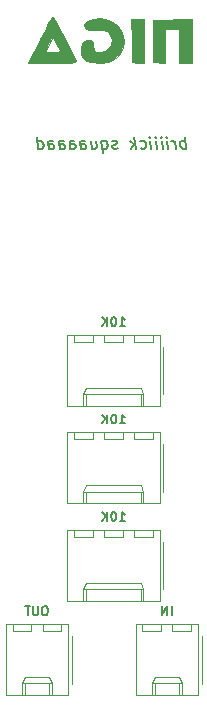
<source format=gbr>
%TF.GenerationSoftware,KiCad,Pcbnew,(5.1.12-1-10_14)*%
%TF.CreationDate,2023-08-05T21:53:33+02:00*%
%TF.ProjectId,niga,6e696761-2e6b-4696-9361-645f70636258,rev?*%
%TF.SameCoordinates,Original*%
%TF.FileFunction,Legend,Bot*%
%TF.FilePolarity,Positive*%
%FSLAX46Y46*%
G04 Gerber Fmt 4.6, Leading zero omitted, Abs format (unit mm)*
G04 Created by KiCad (PCBNEW (5.1.12-1-10_14)) date 2023-08-05 21:53:33*
%MOMM*%
%LPD*%
G01*
G04 APERTURE LIST*
%ADD10C,0.200000*%
%ADD11C,0.010000*%
%ADD12C,0.120000*%
%ADD13C,0.150000*%
G04 APERTURE END LIST*
D10*
X218615952Y-70452380D02*
X218490952Y-69452380D01*
X218538571Y-69833333D02*
X218437380Y-69785714D01*
X218246904Y-69785714D01*
X218157619Y-69833333D01*
X218115952Y-69880952D01*
X218080238Y-69976190D01*
X218115952Y-70261904D01*
X218175476Y-70357142D01*
X218229047Y-70404761D01*
X218330238Y-70452380D01*
X218520714Y-70452380D01*
X218610000Y-70404761D01*
X217711190Y-70452380D02*
X217627857Y-69785714D01*
X217651666Y-69976190D02*
X217592142Y-69880952D01*
X217538571Y-69833333D01*
X217437380Y-69785714D01*
X217342142Y-69785714D01*
X217092142Y-70452380D02*
X217008809Y-69785714D01*
X216967142Y-69452380D02*
X217020714Y-69500000D01*
X216979047Y-69547619D01*
X216925476Y-69500000D01*
X216967142Y-69452380D01*
X216979047Y-69547619D01*
X216615952Y-70452380D02*
X216532619Y-69785714D01*
X216490952Y-69452380D02*
X216544523Y-69500000D01*
X216502857Y-69547619D01*
X216449285Y-69500000D01*
X216490952Y-69452380D01*
X216502857Y-69547619D01*
X216139761Y-70452380D02*
X216056428Y-69785714D01*
X216014761Y-69452380D02*
X216068333Y-69500000D01*
X216026666Y-69547619D01*
X215973095Y-69500000D01*
X216014761Y-69452380D01*
X216026666Y-69547619D01*
X215663571Y-70452380D02*
X215580238Y-69785714D01*
X215538571Y-69452380D02*
X215592142Y-69500000D01*
X215550476Y-69547619D01*
X215496904Y-69500000D01*
X215538571Y-69452380D01*
X215550476Y-69547619D01*
X214752857Y-70404761D02*
X214854047Y-70452380D01*
X215044523Y-70452380D01*
X215133809Y-70404761D01*
X215175476Y-70357142D01*
X215211190Y-70261904D01*
X215175476Y-69976190D01*
X215115952Y-69880952D01*
X215062380Y-69833333D01*
X214961190Y-69785714D01*
X214770714Y-69785714D01*
X214681428Y-69833333D01*
X214330238Y-70452380D02*
X214205238Y-69452380D01*
X214187380Y-70071428D02*
X213949285Y-70452380D01*
X213865952Y-69785714D02*
X214294523Y-70166666D01*
X212800476Y-70404761D02*
X212711190Y-70452380D01*
X212520714Y-70452380D01*
X212419523Y-70404761D01*
X212360000Y-70309523D01*
X212354047Y-70261904D01*
X212389761Y-70166666D01*
X212479047Y-70119047D01*
X212621904Y-70119047D01*
X212711190Y-70071428D01*
X212746904Y-69976190D01*
X212740952Y-69928571D01*
X212681428Y-69833333D01*
X212580238Y-69785714D01*
X212437380Y-69785714D01*
X212348095Y-69833333D01*
X211437380Y-69785714D02*
X211562380Y-70785714D01*
X211514761Y-70404761D02*
X211615952Y-70452380D01*
X211806428Y-70452380D01*
X211895714Y-70404761D01*
X211937380Y-70357142D01*
X211973095Y-70261904D01*
X211937380Y-69976190D01*
X211877857Y-69880952D01*
X211824285Y-69833333D01*
X211723095Y-69785714D01*
X211532619Y-69785714D01*
X211443333Y-69833333D01*
X210532619Y-69785714D02*
X210615952Y-70452380D01*
X210961190Y-69785714D02*
X211026666Y-70309523D01*
X210990952Y-70404761D01*
X210901666Y-70452380D01*
X210758809Y-70452380D01*
X210657619Y-70404761D01*
X210604047Y-70357142D01*
X209711190Y-70452380D02*
X209645714Y-69928571D01*
X209681428Y-69833333D01*
X209770714Y-69785714D01*
X209961190Y-69785714D01*
X210062380Y-69833333D01*
X209705238Y-70404761D02*
X209806428Y-70452380D01*
X210044523Y-70452380D01*
X210133809Y-70404761D01*
X210169523Y-70309523D01*
X210157619Y-70214285D01*
X210098095Y-70119047D01*
X209996904Y-70071428D01*
X209758809Y-70071428D01*
X209657619Y-70023809D01*
X208806428Y-70452380D02*
X208740952Y-69928571D01*
X208776666Y-69833333D01*
X208865952Y-69785714D01*
X209056428Y-69785714D01*
X209157619Y-69833333D01*
X208800476Y-70404761D02*
X208901666Y-70452380D01*
X209139761Y-70452380D01*
X209229047Y-70404761D01*
X209264761Y-70309523D01*
X209252857Y-70214285D01*
X209193333Y-70119047D01*
X209092142Y-70071428D01*
X208854047Y-70071428D01*
X208752857Y-70023809D01*
X207901666Y-70452380D02*
X207836190Y-69928571D01*
X207871904Y-69833333D01*
X207961190Y-69785714D01*
X208151666Y-69785714D01*
X208252857Y-69833333D01*
X207895714Y-70404761D02*
X207996904Y-70452380D01*
X208235000Y-70452380D01*
X208324285Y-70404761D01*
X208360000Y-70309523D01*
X208348095Y-70214285D01*
X208288571Y-70119047D01*
X208187380Y-70071428D01*
X207949285Y-70071428D01*
X207848095Y-70023809D01*
X206996904Y-70452380D02*
X206931428Y-69928571D01*
X206967142Y-69833333D01*
X207056428Y-69785714D01*
X207246904Y-69785714D01*
X207348095Y-69833333D01*
X206990952Y-70404761D02*
X207092142Y-70452380D01*
X207330238Y-70452380D01*
X207419523Y-70404761D01*
X207455238Y-70309523D01*
X207443333Y-70214285D01*
X207383809Y-70119047D01*
X207282619Y-70071428D01*
X207044523Y-70071428D01*
X206943333Y-70023809D01*
X206092142Y-70452380D02*
X205967142Y-69452380D01*
X206086190Y-70404761D02*
X206187380Y-70452380D01*
X206377857Y-70452380D01*
X206467142Y-70404761D01*
X206508809Y-70357142D01*
X206544523Y-70261904D01*
X206508809Y-69976190D01*
X206449285Y-69880952D01*
X206395714Y-69833333D01*
X206294523Y-69785714D01*
X206104047Y-69785714D01*
X206014761Y-69833333D01*
D11*
%TO.C,G\u002A\u002A\u002A*%
G36*
X207185264Y-59445387D02*
G01*
X206954129Y-59852454D01*
X206632709Y-60456404D01*
X206254243Y-61196289D01*
X206227273Y-61250000D01*
X205247382Y-63203847D01*
X207306325Y-63203847D01*
X208106639Y-63193176D01*
X208750976Y-63164148D01*
X209172232Y-63121236D01*
X209304262Y-63070630D01*
X209087897Y-62622075D01*
X208883166Y-62218103D01*
X207914686Y-62218103D01*
X207758259Y-62282482D01*
X207373333Y-62314835D01*
X207288446Y-62315735D01*
X206662206Y-62315735D01*
X206955791Y-61738462D01*
X207162134Y-61343549D01*
X207292198Y-61114448D01*
X207302500Y-61100277D01*
X207402981Y-61196975D01*
X207582388Y-61487620D01*
X207770390Y-61843791D01*
X207896657Y-62137067D01*
X207914686Y-62218103D01*
X208883166Y-62218103D01*
X208784675Y-62023765D01*
X208433243Y-61348219D01*
X208072246Y-60667961D01*
X207740332Y-60055513D01*
X207476148Y-59583397D01*
X207318338Y-59324135D01*
X207292872Y-59296154D01*
X207185264Y-59445387D01*
G37*
X207185264Y-59445387D02*
X206954129Y-59852454D01*
X206632709Y-60456404D01*
X206254243Y-61196289D01*
X206227273Y-61250000D01*
X205247382Y-63203847D01*
X207306325Y-63203847D01*
X208106639Y-63193176D01*
X208750976Y-63164148D01*
X209172232Y-63121236D01*
X209304262Y-63070630D01*
X209087897Y-62622075D01*
X208883166Y-62218103D01*
X207914686Y-62218103D01*
X207758259Y-62282482D01*
X207373333Y-62314835D01*
X207288446Y-62315735D01*
X206662206Y-62315735D01*
X206955791Y-61738462D01*
X207162134Y-61343549D01*
X207292198Y-61114448D01*
X207302500Y-61100277D01*
X207402981Y-61196975D01*
X207582388Y-61487620D01*
X207770390Y-61843791D01*
X207896657Y-62137067D01*
X207914686Y-62218103D01*
X208883166Y-62218103D01*
X208784675Y-62023765D01*
X208433243Y-61348219D01*
X208072246Y-60667961D01*
X207740332Y-60055513D01*
X207476148Y-59583397D01*
X207318338Y-59324135D01*
X207292872Y-59296154D01*
X207185264Y-59445387D01*
G36*
X210779332Y-59490870D02*
G01*
X210175899Y-59689195D01*
X209923101Y-59939075D01*
X210019947Y-60241494D01*
X210021487Y-60243355D01*
X210314596Y-60403804D01*
X210849627Y-60421611D01*
X211054028Y-60402292D01*
X211606210Y-60372299D01*
X211932722Y-60458397D01*
X212116432Y-60636058D01*
X212348076Y-61193684D01*
X212275721Y-61717743D01*
X211943677Y-62119592D01*
X211396251Y-62310588D01*
X211276824Y-62315735D01*
X210910808Y-62271719D01*
X210773747Y-62064866D01*
X210756644Y-61771069D01*
X210720128Y-61393973D01*
X210544089Y-61270150D01*
X210268182Y-61282608D01*
X209949809Y-61361953D01*
X209795226Y-61574214D01*
X209729216Y-62027552D01*
X209726687Y-62061265D01*
X209723128Y-62546587D01*
X209844693Y-62815495D01*
X210134695Y-62993782D01*
X210608129Y-63127213D01*
X211216254Y-63199564D01*
X211383877Y-63203847D01*
X212019797Y-63133815D01*
X212528116Y-62870949D01*
X212752093Y-62685550D01*
X213132882Y-62282741D01*
X213299225Y-61872394D01*
X213332168Y-61367692D01*
X213178032Y-60571196D01*
X212752925Y-59954831D01*
X212112803Y-59559733D01*
X211313620Y-59427040D01*
X210779332Y-59490870D01*
G37*
X210779332Y-59490870D02*
X210175899Y-59689195D01*
X209923101Y-59939075D01*
X210019947Y-60241494D01*
X210021487Y-60243355D01*
X210314596Y-60403804D01*
X210849627Y-60421611D01*
X211054028Y-60402292D01*
X211606210Y-60372299D01*
X211932722Y-60458397D01*
X212116432Y-60636058D01*
X212348076Y-61193684D01*
X212275721Y-61717743D01*
X211943677Y-62119592D01*
X211396251Y-62310588D01*
X211276824Y-62315735D01*
X210910808Y-62271719D01*
X210773747Y-62064866D01*
X210756644Y-61771069D01*
X210720128Y-61393973D01*
X210544089Y-61270150D01*
X210268182Y-61282608D01*
X209949809Y-61361953D01*
X209795226Y-61574214D01*
X209729216Y-62027552D01*
X209726687Y-62061265D01*
X209723128Y-62546587D01*
X209844693Y-62815495D01*
X210134695Y-62993782D01*
X210608129Y-63127213D01*
X211216254Y-63199564D01*
X211383877Y-63203847D01*
X212019797Y-63133815D01*
X212528116Y-62870949D01*
X212752093Y-62685550D01*
X213132882Y-62282741D01*
X213299225Y-61872394D01*
X213332168Y-61367692D01*
X213178032Y-60571196D01*
X212752925Y-59954831D01*
X212112803Y-59559733D01*
X211313620Y-59427040D01*
X210779332Y-59490870D01*
G36*
X213992038Y-61294406D02*
G01*
X214042658Y-63115035D01*
X214531119Y-63171239D01*
X215019581Y-63227443D01*
X215019581Y-59473777D01*
X213941419Y-59473777D01*
X213992038Y-61294406D01*
G37*
X213992038Y-61294406D02*
X214042658Y-63115035D01*
X214531119Y-63171239D01*
X215019581Y-63227443D01*
X215019581Y-59473777D01*
X213941419Y-59473777D01*
X213992038Y-61294406D01*
G36*
X215818881Y-59562588D02*
G01*
X215818881Y-63115035D01*
X216795805Y-63227443D01*
X216795805Y-60361889D01*
X218039161Y-60361889D01*
X218039161Y-63203847D01*
X219104895Y-63203847D01*
X219104895Y-59460446D01*
X215818881Y-59562588D01*
G37*
X215818881Y-59562588D02*
X215818881Y-63115035D01*
X216795805Y-63227443D01*
X216795805Y-60361889D01*
X218039161Y-60361889D01*
X218039161Y-63203847D01*
X219104895Y-63203847D01*
X219104895Y-59460446D01*
X215818881Y-59562588D01*
D12*
%TO.C,IN*%
X219630000Y-110720000D02*
X219630000Y-116740000D01*
X219630000Y-116740000D02*
X214330000Y-116740000D01*
X214330000Y-116740000D02*
X214330000Y-110720000D01*
X214330000Y-110720000D02*
X219630000Y-110720000D01*
X219920000Y-111750000D02*
X219920000Y-115750000D01*
X218250000Y-116740000D02*
X218250000Y-115740000D01*
X218250000Y-115740000D02*
X215710000Y-115740000D01*
X215710000Y-115740000D02*
X215710000Y-116740000D01*
X218250000Y-115740000D02*
X218000000Y-115210000D01*
X218000000Y-115210000D02*
X215960000Y-115210000D01*
X215960000Y-115210000D02*
X215710000Y-115740000D01*
X218000000Y-116740000D02*
X218000000Y-115740000D01*
X215960000Y-116740000D02*
X215960000Y-115740000D01*
X219050000Y-110720000D02*
X219050000Y-111320000D01*
X219050000Y-111320000D02*
X217450000Y-111320000D01*
X217450000Y-111320000D02*
X217450000Y-110720000D01*
X216510000Y-110720000D02*
X216510000Y-111320000D01*
X216510000Y-111320000D02*
X214910000Y-111320000D01*
X214910000Y-111320000D02*
X214910000Y-110720000D01*
%TO.C,OUT*%
X203910000Y-111320000D02*
X203910000Y-110720000D01*
X205510000Y-111320000D02*
X203910000Y-111320000D01*
X205510000Y-110720000D02*
X205510000Y-111320000D01*
X206450000Y-111320000D02*
X206450000Y-110720000D01*
X208050000Y-111320000D02*
X206450000Y-111320000D01*
X208050000Y-110720000D02*
X208050000Y-111320000D01*
X204960000Y-116740000D02*
X204960000Y-115740000D01*
X207000000Y-116740000D02*
X207000000Y-115740000D01*
X204960000Y-115210000D02*
X204710000Y-115740000D01*
X207000000Y-115210000D02*
X204960000Y-115210000D01*
X207250000Y-115740000D02*
X207000000Y-115210000D01*
X204710000Y-115740000D02*
X204710000Y-116740000D01*
X207250000Y-115740000D02*
X204710000Y-115740000D01*
X207250000Y-116740000D02*
X207250000Y-115740000D01*
X208920000Y-111750000D02*
X208920000Y-115750000D01*
X203330000Y-110720000D02*
X208630000Y-110720000D01*
X203330000Y-116740000D02*
X203330000Y-110720000D01*
X208630000Y-116740000D02*
X203330000Y-116740000D01*
X208630000Y-110720000D02*
X208630000Y-116740000D01*
%TO.C,10K*%
X216380000Y-86220000D02*
X216380000Y-92240000D01*
X216380000Y-92240000D02*
X208540000Y-92240000D01*
X208540000Y-92240000D02*
X208540000Y-86220000D01*
X208540000Y-86220000D02*
X216380000Y-86220000D01*
X216670000Y-87250000D02*
X216670000Y-91250000D01*
X215000000Y-92240000D02*
X215000000Y-91240000D01*
X215000000Y-91240000D02*
X209920000Y-91240000D01*
X209920000Y-91240000D02*
X209920000Y-92240000D01*
X215000000Y-91240000D02*
X214750000Y-90710000D01*
X214750000Y-90710000D02*
X210170000Y-90710000D01*
X210170000Y-90710000D02*
X209920000Y-91240000D01*
X214750000Y-92240000D02*
X214750000Y-91240000D01*
X210170000Y-92240000D02*
X210170000Y-91240000D01*
X215800000Y-86220000D02*
X215800000Y-86820000D01*
X215800000Y-86820000D02*
X214200000Y-86820000D01*
X214200000Y-86820000D02*
X214200000Y-86220000D01*
X213260000Y-86220000D02*
X213260000Y-86820000D01*
X213260000Y-86820000D02*
X211660000Y-86820000D01*
X211660000Y-86820000D02*
X211660000Y-86220000D01*
X210720000Y-86220000D02*
X210720000Y-86820000D01*
X210720000Y-86820000D02*
X209120000Y-86820000D01*
X209120000Y-86820000D02*
X209120000Y-86220000D01*
X209120000Y-95070000D02*
X209120000Y-94470000D01*
X210720000Y-95070000D02*
X209120000Y-95070000D01*
X210720000Y-94470000D02*
X210720000Y-95070000D01*
X211660000Y-95070000D02*
X211660000Y-94470000D01*
X213260000Y-95070000D02*
X211660000Y-95070000D01*
X213260000Y-94470000D02*
X213260000Y-95070000D01*
X214200000Y-95070000D02*
X214200000Y-94470000D01*
X215800000Y-95070000D02*
X214200000Y-95070000D01*
X215800000Y-94470000D02*
X215800000Y-95070000D01*
X210170000Y-100490000D02*
X210170000Y-99490000D01*
X214750000Y-100490000D02*
X214750000Y-99490000D01*
X210170000Y-98960000D02*
X209920000Y-99490000D01*
X214750000Y-98960000D02*
X210170000Y-98960000D01*
X215000000Y-99490000D02*
X214750000Y-98960000D01*
X209920000Y-99490000D02*
X209920000Y-100490000D01*
X215000000Y-99490000D02*
X209920000Y-99490000D01*
X215000000Y-100490000D02*
X215000000Y-99490000D01*
X216670000Y-95500000D02*
X216670000Y-99500000D01*
X208540000Y-94470000D02*
X216380000Y-94470000D01*
X208540000Y-100490000D02*
X208540000Y-94470000D01*
X216380000Y-100490000D02*
X208540000Y-100490000D01*
X216380000Y-94470000D02*
X216380000Y-100490000D01*
X216380000Y-102720000D02*
X216380000Y-108740000D01*
X216380000Y-108740000D02*
X208540000Y-108740000D01*
X208540000Y-108740000D02*
X208540000Y-102720000D01*
X208540000Y-102720000D02*
X216380000Y-102720000D01*
X216670000Y-103750000D02*
X216670000Y-107750000D01*
X215000000Y-108740000D02*
X215000000Y-107740000D01*
X215000000Y-107740000D02*
X209920000Y-107740000D01*
X209920000Y-107740000D02*
X209920000Y-108740000D01*
X215000000Y-107740000D02*
X214750000Y-107210000D01*
X214750000Y-107210000D02*
X210170000Y-107210000D01*
X210170000Y-107210000D02*
X209920000Y-107740000D01*
X214750000Y-108740000D02*
X214750000Y-107740000D01*
X210170000Y-108740000D02*
X210170000Y-107740000D01*
X215800000Y-102720000D02*
X215800000Y-103320000D01*
X215800000Y-103320000D02*
X214200000Y-103320000D01*
X214200000Y-103320000D02*
X214200000Y-102720000D01*
X213260000Y-102720000D02*
X213260000Y-103320000D01*
X213260000Y-103320000D02*
X211660000Y-103320000D01*
X211660000Y-103320000D02*
X211660000Y-102720000D01*
X210720000Y-102720000D02*
X210720000Y-103320000D01*
X210720000Y-103320000D02*
X209120000Y-103320000D01*
X209120000Y-103320000D02*
X209120000Y-102720000D01*
%TO.C,IN*%
D13*
X217372857Y-109969285D02*
X217372857Y-109219285D01*
X217015714Y-109969285D02*
X217015714Y-109219285D01*
X216587142Y-109969285D01*
X216587142Y-109219285D01*
%TO.C,OUT*%
X206730000Y-109219285D02*
X206587142Y-109219285D01*
X206515714Y-109255000D01*
X206444285Y-109326428D01*
X206408571Y-109469285D01*
X206408571Y-109719285D01*
X206444285Y-109862142D01*
X206515714Y-109933571D01*
X206587142Y-109969285D01*
X206730000Y-109969285D01*
X206801428Y-109933571D01*
X206872857Y-109862142D01*
X206908571Y-109719285D01*
X206908571Y-109469285D01*
X206872857Y-109326428D01*
X206801428Y-109255000D01*
X206730000Y-109219285D01*
X206087142Y-109219285D02*
X206087142Y-109826428D01*
X206051428Y-109897857D01*
X206015714Y-109933571D01*
X205944285Y-109969285D01*
X205801428Y-109969285D01*
X205730000Y-109933571D01*
X205694285Y-109897857D01*
X205658571Y-109826428D01*
X205658571Y-109219285D01*
X205408571Y-109219285D02*
X204980000Y-109219285D01*
X205194285Y-109969285D02*
X205194285Y-109219285D01*
%TO.C,10K*%
X212977857Y-85469285D02*
X213406428Y-85469285D01*
X213192142Y-85469285D02*
X213192142Y-84719285D01*
X213263571Y-84826428D01*
X213335000Y-84897857D01*
X213406428Y-84933571D01*
X212513571Y-84719285D02*
X212442142Y-84719285D01*
X212370714Y-84755000D01*
X212335000Y-84790714D01*
X212299285Y-84862142D01*
X212263571Y-85005000D01*
X212263571Y-85183571D01*
X212299285Y-85326428D01*
X212335000Y-85397857D01*
X212370714Y-85433571D01*
X212442142Y-85469285D01*
X212513571Y-85469285D01*
X212585000Y-85433571D01*
X212620714Y-85397857D01*
X212656428Y-85326428D01*
X212692142Y-85183571D01*
X212692142Y-85005000D01*
X212656428Y-84862142D01*
X212620714Y-84790714D01*
X212585000Y-84755000D01*
X212513571Y-84719285D01*
X211942142Y-85469285D02*
X211942142Y-84719285D01*
X211513571Y-85469285D02*
X211835000Y-85040714D01*
X211513571Y-84719285D02*
X211942142Y-85147857D01*
X212977857Y-93719285D02*
X213406428Y-93719285D01*
X213192142Y-93719285D02*
X213192142Y-92969285D01*
X213263571Y-93076428D01*
X213335000Y-93147857D01*
X213406428Y-93183571D01*
X212513571Y-92969285D02*
X212442142Y-92969285D01*
X212370714Y-93005000D01*
X212335000Y-93040714D01*
X212299285Y-93112142D01*
X212263571Y-93255000D01*
X212263571Y-93433571D01*
X212299285Y-93576428D01*
X212335000Y-93647857D01*
X212370714Y-93683571D01*
X212442142Y-93719285D01*
X212513571Y-93719285D01*
X212585000Y-93683571D01*
X212620714Y-93647857D01*
X212656428Y-93576428D01*
X212692142Y-93433571D01*
X212692142Y-93255000D01*
X212656428Y-93112142D01*
X212620714Y-93040714D01*
X212585000Y-93005000D01*
X212513571Y-92969285D01*
X211942142Y-93719285D02*
X211942142Y-92969285D01*
X211513571Y-93719285D02*
X211835000Y-93290714D01*
X211513571Y-92969285D02*
X211942142Y-93397857D01*
X212977857Y-101969285D02*
X213406428Y-101969285D01*
X213192142Y-101969285D02*
X213192142Y-101219285D01*
X213263571Y-101326428D01*
X213335000Y-101397857D01*
X213406428Y-101433571D01*
X212513571Y-101219285D02*
X212442142Y-101219285D01*
X212370714Y-101255000D01*
X212335000Y-101290714D01*
X212299285Y-101362142D01*
X212263571Y-101505000D01*
X212263571Y-101683571D01*
X212299285Y-101826428D01*
X212335000Y-101897857D01*
X212370714Y-101933571D01*
X212442142Y-101969285D01*
X212513571Y-101969285D01*
X212585000Y-101933571D01*
X212620714Y-101897857D01*
X212656428Y-101826428D01*
X212692142Y-101683571D01*
X212692142Y-101505000D01*
X212656428Y-101362142D01*
X212620714Y-101290714D01*
X212585000Y-101255000D01*
X212513571Y-101219285D01*
X211942142Y-101969285D02*
X211942142Y-101219285D01*
X211513571Y-101969285D02*
X211835000Y-101540714D01*
X211513571Y-101219285D02*
X211942142Y-101647857D01*
%TD*%
M02*

</source>
